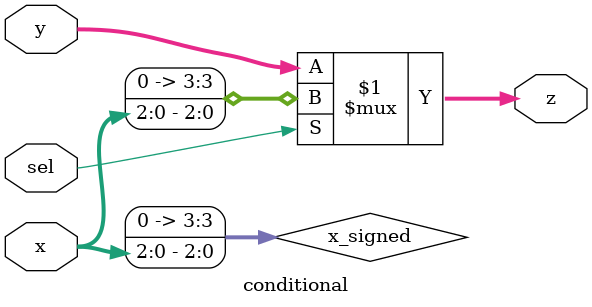
<source format=sv>


module conditional (
    input  wire        sel,
    input  wire [3:0]  x,
    input  wire signed [3:0] y,
    output wire signed [3:0] z
);
    // If sel=1, zero‐extend x into 4‐bit signed; else use y
    wire signed [3:0] x_signed = $signed({1'b0, x[2:0]});
    assign z = sel ? x_signed : y;
endmodule

</source>
